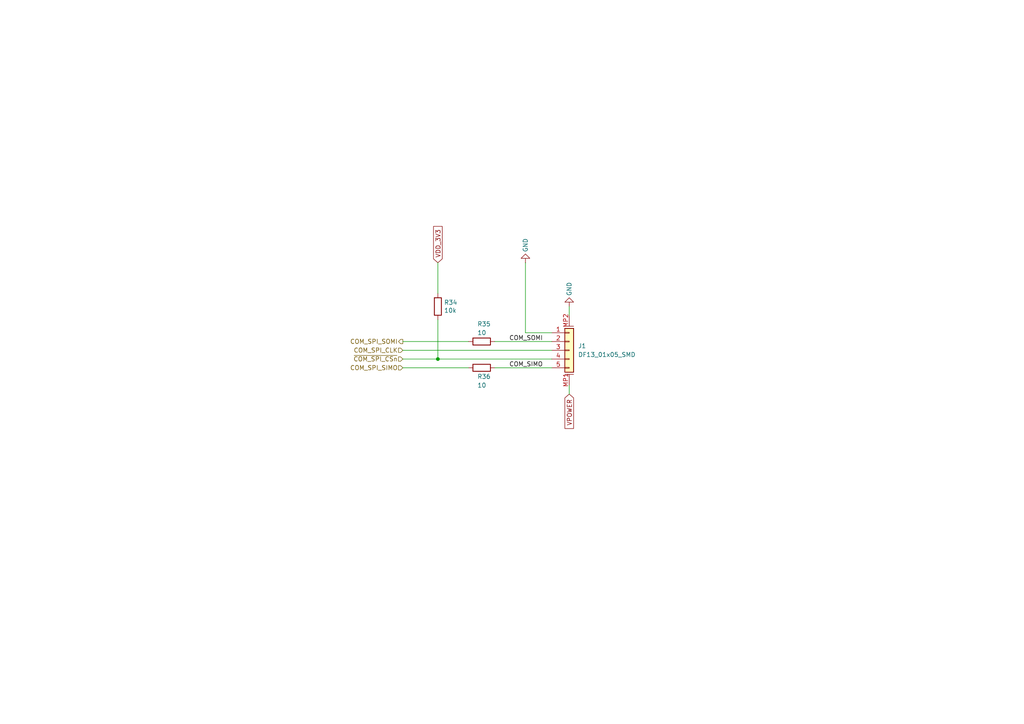
<source format=kicad_sch>
(kicad_sch (version 20231120) (generator "eeschema") (generator_version "8.0")
  (paper "A4")
  (title_block (title "Open MOtor DRiver Initiative  - Single Axis (OMODRI_SA)") (date "2024-03-20") (rev "1.0") (company "LAAS/CNRS"))
  (lib_symbols
    (symbol "Device:R" (pin_numbers hide) (pin_names (offset 0))
      (property "Reference" "R" (at 2.032 0 90))
      (property "Value" "R" (at 0 0 90))
      (symbol "R_0_1"
        (rectangle (start -1.016 -2.54) (end 1.016 2.54) (stroke (width 0.254)))
      )
      (symbol "R_1_1"
        (pin passive line (at 0 3.81 270) (length 1.27) (name "~") (number "1"))
        (pin passive line (at 0 -3.81 90) (length 1.27) (name "~") (number "2"))
      )
    )
    (symbol "omodri_lib:conn_01x05_MountingPins" (pin_names hide)
      (property "Reference" "J" (at 13.97 1.905 0))
      (property "Value" "conn_01x05_MountingPins" (at 14.605 0 0))
      (symbol "conn_01x05_MountingPins_1_1"
        (rectangle (start -1.27 -4.953) (end 0 -5.207) (stroke (width 0.1524)))
        (rectangle (start -1.27 -2.413) (end 0 -2.667) (stroke (width 0.1524)))
        (rectangle (start -1.27 0.127) (end 0 -0.127) (stroke (width 0.1524)))
        (rectangle (start -1.27 2.667) (end 0 2.413) (stroke (width 0.1524)))
        (rectangle (start -1.27 5.207) (end 0 4.953) (stroke (width 0.1524)))
        (rectangle (start -1.27 6.35) (end 1.27 -6.35) (stroke (width 0.254)) (fill (type background)))
        (polyline (pts (xy -1.27 -6.985) (xy 1.27 -6.985)) (stroke (width 0.1524)))
        (polyline (pts (xy 1.27 6.985) (xy -1.27 6.985)) (stroke (width 0.1524)))
        (pin passive line (at -5.08 5.08 0) (length 3.81) (name "Pin_1") (number "1"))
        (pin passive line (at -5.08 2.54 0) (length 3.81) (name "Pin_2") (number "2"))
        (pin passive line (at -5.08 0 0) (length 3.81) (name "Pin_3") (number "3"))
        (pin passive line (at -5.08 -2.54 0) (length 3.81) (name "Pin_4") (number "4"))
        (pin passive line (at -5.08 -5.08 0) (length 3.81) (name "Pin_5") (number "5"))
        (pin passive line (at 0 -10.16 90) (length 3.048) (name "MountPin1") (number "MP1"))
        (pin passive line (at 0 10.16 270) (length 3.048) (name "MountPin2") (number "MP2"))
      )
    )
    (symbol "power:GND" (power) (pin_numbers hide) (pin_names (offset 0) hide)
      (property "Value" "GND" (at 0 -3.81 0))
      (symbol "GND_0_1"
        (polyline (pts (xy 0 0) (xy 0 -1.27) (xy 1.27 -1.27) (xy 0 -2.54) (xy -1.27 -1.27) (xy 0 -1.27)))
      )
      (symbol "GND_1_1"
        (pin power_in line (at 0 0 270) (length 0) (name "~") (number "1"))
      )
    )
  )
  (junction (at 127 104.14))
  (wire (pts (xy 165.1 88.9) (xy 165.1 91.44)))
  (wire (pts (xy 116.84 104.14) (xy 127 104.14)))
  (wire (pts (xy 152.4 96.52) (xy 160.02 96.52)))
  (wire (pts (xy 127 92.71) (xy 127 104.14)))
  (wire (pts (xy 127 104.14) (xy 160.02 104.14)))
  (wire (pts (xy 127 85.09) (xy 127 76.2)))
  (wire (pts (xy 135.89 99.06) (xy 116.84 99.06)))
  (wire (pts (xy 143.51 99.06) (xy 160.02 99.06)))
  (wire (pts (xy 116.84 101.6) (xy 160.02 101.6)))
  (wire (pts (xy 152.4 76.2) (xy 152.4 96.52)))
  (wire (pts (xy 143.51 106.68) (xy 160.02 106.68)))
  (wire (pts (xy 165.1 111.76) (xy 165.1 114.3)))
  (wire (pts (xy 116.84 106.68) (xy 135.89 106.68)))
  (label "COM_SOMI" (at 157.48 99.06 180))
  (label "COM_SIMO" (at 157.48 106.68 180))
  (global_label "VPOWER" (shape input) (at 165.1 114.3 270) (property "Intersheetrefs" "${INTERSHEET_REFS}" (effects (hide yes))) (property "Références Inter-Feuilles" "${INTERSHEET_REFS}" (effects (hide yes))))
  (global_label "VDD_3V3" (shape input) (at 127 76.2 90) (property "Intersheetrefs" "${INTERSHEET_REFS}" (effects (hide yes))))
  (hierarchical_label "COM_SPI_SIMO" (shape input) (at 116.84 106.68 180))
  (hierarchical_label "~{COM_SPI_CSn}" (shape input) (at 116.84 104.14 180))
  (hierarchical_label "COM_SPI_SOMI" (shape output) (at 116.84 99.06 180))
  (hierarchical_label "COM_SPI_CLK" (shape input) (at 116.84 101.6 180))
  (symbol (lib_id "power:GND") (at 165.1 88.9 0) (mirror x) (unit 1)
    (property "Reference" "#PWR05" (effects (hide yes)))
    (property "Value" "GND" (at 165.1 83.82 90))
    (property "Description" "Power symbol creates a global label with name \"GND\" , ground" (effects (hide yes)))
  )
  (symbol (lib_id "Device:R") (at 139.7 106.68 270) (mirror x) (unit 1)
    (property "Reference" "R36" (at 138.43 109.22 90) (effects (justify left)))
    (property "Value" "10" (at 138.43 111.76 90) (effects (justify left)))
    (property "Footprint" "Resistor_SMD:R_0201_0603Metric" (effects (hide yes)))
    (property "Datasheet" "https://industrial.panasonic.com/sa/products/pt/general-purpose-chip-resistors/models/ERJ1GNJ100C" (effects (hide yes)))
    (property "Description" "0201,10Ω, 0.05W, ±5%, SMD  resistor" (effects (hide yes)))
    (property "DigiKey" "P123219CT-ND" (effects (hide yes)))
    (property "Farnell" "3303146" (effects (hide yes)))
    (property "Mouser" " 667-ERJ-1GNJ100C" (effects (hide yes)))
    (property "Part No" "ERJ1GNJ100C" (effects (hide yes)))
    (property "LCSC" "C2073782" (effects (hide yes)))
    (property "Manufacturer" "PANASONIC" (effects (hide yes)))
    (property "Assembling" "SMD" (effects (hide yes)))
  )
  (symbol (lib_id "power:GND") (at 152.4 76.2 0) (mirror x) (unit 1)
    (property "Reference" "#PWR0102" (effects (hide yes)))
    (property "Value" "GND" (at 152.4 71.12 90))
    (property "Description" "Power symbol creates a global label with name \"GND\" , ground" (effects (hide yes)))
  )
  (symbol (lib_id "Device:R") (at 139.7 99.06 270) (mirror x) (unit 1)
    (property "Reference" "R35" (at 138.43 93.98 90) (effects (justify left)))
    (property "Value" "10" (at 138.43 96.52 90) (effects (justify left)))
    (property "Footprint" "Resistor_SMD:R_0201_0603Metric" (effects (hide yes)))
    (property "Datasheet" "https://industrial.panasonic.com/sa/products/pt/general-purpose-chip-resistors/models/ERJ1GNJ100C" (effects (hide yes)))
    (property "Description" "0201,10Ω, 0.05W, ±5%, SMD  resistor" (effects (hide yes)))
    (property "DigiKey" "P123219CT-ND" (effects (hide yes)))
    (property "Farnell" "3303146" (effects (hide yes)))
    (property "Mouser" " 667-ERJ-1GNJ100C" (effects (hide yes)))
    (property "Part No" "ERJ1GNJ100C" (effects (hide yes)))
    (property "LCSC" "C2073782" (effects (hide yes)))
    (property "Manufacturer" "PANASONIC" (effects (hide yes)))
    (property "Assembling" "SMD" (effects (hide yes)))
  )
  (symbol (lib_id "omodri_lib:conn_01x05_MountingPins") (at 165.1 101.6 0) (unit 1)
    (property "Reference" "J1" (at 167.64 100.3299 0) (effects (justify left)))
    (property "Value" "DF13_01x05_SMD" (at 167.64 102.8699 0) (effects (justify left)))
    (property "Footprint" "udriver3:Hirose_DF13_05P-1.25H_1x05_P1.25mm_Right_angle" (effects (hide yes)))
    (property "Datasheet" "https://www.hirose.com/en/product/document?clcode=&productname=&series=DF13&documenttype=Catalog&lang=en&documentid=en_DF13_CAT" (effects (hide yes)))
    (property "Description" "DF13 Header, 1.25mm Pitch, Single Row,  5-Circuits" (effects (hide yes)))
    (property "Manufacturer" "HIROSE" (effects (hide yes)))
    (property "DigiKey" "H126405-ND" (effects (hide yes)))
    (property "Farnell" "3019728" (effects (hide yes)))
    (property "Mouser" "798-DF13-5P-1.25H76" (effects (hide yes)))
    (property "Part No" "DF13-5P-1.25H(76)" (effects (hide yes)))
    (property "RS" "188-6306" (effects (hide yes)))
    (property "LCSC" "C17641721" (effects (hide yes)))
    (property "Assembling" "SMD" (effects (hide yes)))
  )
  (symbol (lib_id "Device:R") (at 127 88.9 180) (unit 1)
    (property "Reference" "R34" (at 128.778 87.7316 0) (effects (justify right)))
    (property "Value" "10k" (at 128.778 90.043 0) (effects (justify right)))
    (property "Footprint" "Resistor_SMD:R_0201_0603Metric" (effects (hide yes)))
    (property "Datasheet" "https://industrial.panasonic.com/sa/products/pt/general-purpose-chip-resistors/models/ERJ1GNF1002C" (effects (hide yes)))
    (property "Description" "0201, 10kΩ, 0.05W, ±1%, SMD  resistor" (effects (hide yes)))
    (property "DigiKey" "P122414CT-ND" (effects (hide yes)))
    (property "Farnell" "2302362" (effects (hide yes)))
    (property "Mouser" "667-ERJ-1GNF1002C" (effects (hide yes)))
    (property "Part No" "ERJ1GNF1002C" (effects (hide yes)))
    (property "RS" "176-3597" (effects (hide yes)))
    (property "LCSC" "C717002" (effects (hide yes)))
    (property "Manufacturer" "PANASONIC" (effects (hide yes)))
    (property "Assembling" "SMD" (effects (hide yes)))
  )
)
</source>
